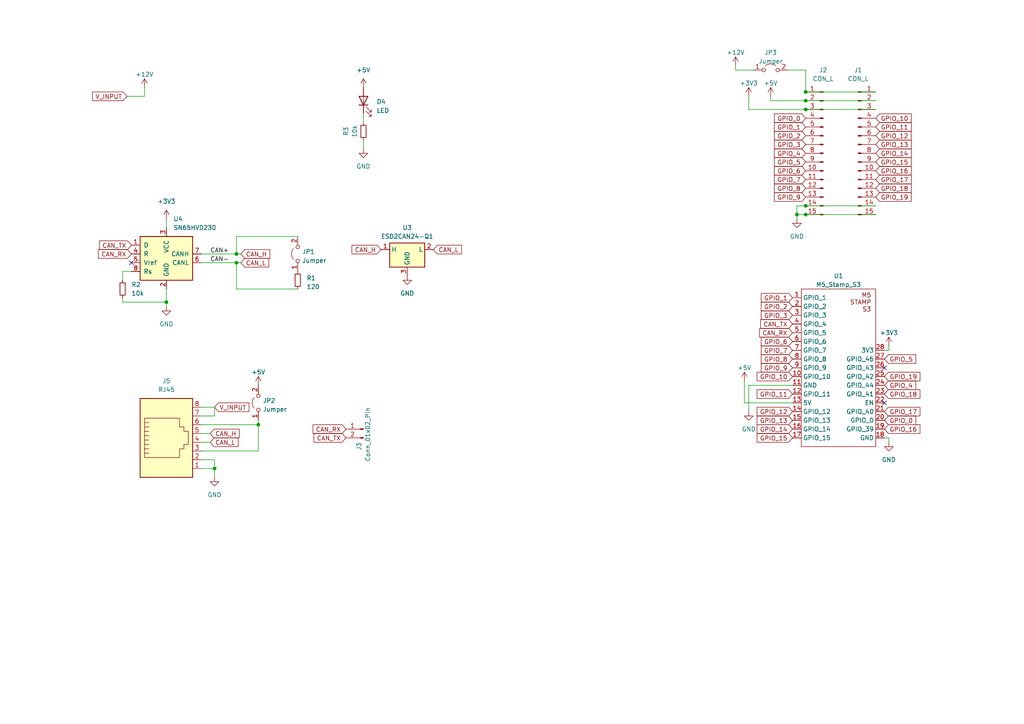
<source format=kicad_sch>
(kicad_sch (version 20230121) (generator eeschema)
  (paper "A4")
  (lib_symbols
    (symbol "+5V_1" (power) (pin_names (offset 0))
      (property "Value" "+5V_1" (at 0 3.556 0))
      (symbol "+5V_1_0_1"
        (polyline (pts (xy -0.762 1.27) (xy 0 2.54)))
        (polyline (pts (xy 0 0) (xy 0 2.54)))
        (polyline (pts (xy 0 2.54) (xy 0.762 1.27)))
      )
      (symbol "+5V_1_1_1"
        (pin power_in line (at 0 0 90) (length 0) hide (name "+5V") (number "1"))
      )
    )
    (symbol "+5V_2" (power) (pin_names (offset 0))
      (property "Value" "+5V_2" (at 0 3.556 0))
      (symbol "+5V_2_0_1"
        (polyline (pts (xy -0.762 1.27) (xy 0 2.54)))
        (polyline (pts (xy 0 0) (xy 0 2.54)))
        (polyline (pts (xy 0 2.54) (xy 0.762 1.27)))
      )
      (symbol "+5V_2_1_1"
        (pin power_in line (at 0 0 90) (length 0) hide (name "+5V") (number "1"))
      )
    )
    (symbol "Connector:Conn_01x02_Pin" (pin_names (offset 1.016) hide)
      (property "Reference" "J" (at 0 2.54 0))
      (property "Value" "Conn_01x02_Pin" (at 0 -5.08 0))
      (symbol "Conn_01x02_Pin_1_1"
        (polyline (pts (xy 1.27 -2.54) (xy 0.8636 -2.54)) (stroke (width 0.1524)))
        (polyline (pts (xy 1.27 0) (xy 0.8636 0)) (stroke (width 0.1524)))
        (rectangle (start 0.8636 -2.413) (end 0 -2.667) (stroke (width 0.1524)) (fill (type outline)))
        (rectangle (start 0.8636 0.127) (end 0 -0.127) (stroke (width 0.1524)) (fill (type outline)))
        (pin passive line (at 5.08 0 180) (length 3.81) (name "Pin_1") (number "1"))
        (pin passive line (at 5.08 -2.54 180) (length 3.81) (name "Pin_2") (number "2"))
      )
    )
    (symbol "Connector:Conn_01x15_Pin" (pin_names (offset 1.016) hide)
      (property "Reference" "J" (at 0 20.32 0))
      (property "Value" "Conn_01x15_Pin" (at 0 -20.32 0))
      (symbol "Conn_01x15_Pin_1_1"
        (polyline (pts (xy 1.27 -17.78) (xy 0.8636 -17.78)) (stroke (width 0.1524)))
        (polyline (pts (xy 1.27 -15.24) (xy 0.8636 -15.24)) (stroke (width 0.1524)))
        (polyline (pts (xy 1.27 -12.7) (xy 0.8636 -12.7)) (stroke (width 0.1524)))
        (polyline (pts (xy 1.27 -10.16) (xy 0.8636 -10.16)) (stroke (width 0.1524)))
        (polyline (pts (xy 1.27 -7.62) (xy 0.8636 -7.62)) (stroke (width 0.1524)))
        (polyline (pts (xy 1.27 -5.08) (xy 0.8636 -5.08)) (stroke (width 0.1524)))
        (polyline (pts (xy 1.27 -2.54) (xy 0.8636 -2.54)) (stroke (width 0.1524)))
        (polyline (pts (xy 1.27 0) (xy 0.8636 0)) (stroke (width 0.1524)))
        (polyline (pts (xy 1.27 2.54) (xy 0.8636 2.54)) (stroke (width 0.1524)))
        (polyline (pts (xy 1.27 5.08) (xy 0.8636 5.08)) (stroke (width 0.1524)))
        (polyline (pts (xy 1.27 7.62) (xy 0.8636 7.62)) (stroke (width 0.1524)))
        (polyline (pts (xy 1.27 10.16) (xy 0.8636 10.16)) (stroke (width 0.1524)))
        (polyline (pts (xy 1.27 12.7) (xy 0.8636 12.7)) (stroke (width 0.1524)))
        (polyline (pts (xy 1.27 15.24) (xy 0.8636 15.24)) (stroke (width 0.1524)))
        (polyline (pts (xy 1.27 17.78) (xy 0.8636 17.78)) (stroke (width 0.1524)))
        (rectangle (start 0.8636 -17.653) (end 0 -17.907) (stroke (width 0.1524)) (fill (type outline)))
        (rectangle (start 0.8636 -15.113) (end 0 -15.367) (stroke (width 0.1524)) (fill (type outline)))
        (rectangle (start 0.8636 -12.573) (end 0 -12.827) (stroke (width 0.1524)) (fill (type outline)))
        (rectangle (start 0.8636 -10.033) (end 0 -10.287) (stroke (width 0.1524)) (fill (type outline)))
        (rectangle (start 0.8636 -7.493) (end 0 -7.747) (stroke (width 0.1524)) (fill (type outline)))
        (rectangle (start 0.8636 -4.953) (end 0 -5.207) (stroke (width 0.1524)) (fill (type outline)))
        (rectangle (start 0.8636 -2.413) (end 0 -2.667) (stroke (width 0.1524)) (fill (type outline)))
        (rectangle (start 0.8636 0.127) (end 0 -0.127) (stroke (width 0.1524)) (fill (type outline)))
        (rectangle (start 0.8636 2.667) (end 0 2.413) (stroke (width 0.1524)) (fill (type outline)))
        (rectangle (start 0.8636 5.207) (end 0 4.953) (stroke (width 0.1524)) (fill (type outline)))
        (rectangle (start 0.8636 7.747) (end 0 7.493) (stroke (width 0.1524)) (fill (type outline)))
        (rectangle (start 0.8636 10.287) (end 0 10.033) (stroke (width 0.1524)) (fill (type outline)))
        (rectangle (start 0.8636 12.827) (end 0 12.573) (stroke (width 0.1524)) (fill (type outline)))
        (rectangle (start 0.8636 15.367) (end 0 15.113) (stroke (width 0.1524)) (fill (type outline)))
        (rectangle (start 0.8636 17.907) (end 0 17.653) (stroke (width 0.1524)) (fill (type outline)))
        (pin passive line (at 5.08 17.78 180) (length 3.81) (name "Pin_1") (number "1"))
        (pin passive line (at 5.08 -5.08 180) (length 3.81) (name "Pin_10") (number "10"))
        (pin passive line (at 5.08 -7.62 180) (length 3.81) (name "Pin_11") (number "11"))
        (pin passive line (at 5.08 -10.16 180) (length 3.81) (name "Pin_12") (number "12"))
        (pin passive line (at 5.08 -12.7 180) (length 3.81) (name "Pin_13") (number "13"))
        (pin passive line (at 5.08 -15.24 180) (length 3.81) (name "Pin_14") (number "14"))
        (pin passive line (at 5.08 -17.78 180) (length 3.81) (name "Pin_15") (number "15"))
        (pin passive line (at 5.08 15.24 180) (length 3.81) (name "Pin_2") (number "2"))
        (pin passive line (at 5.08 12.7 180) (length 3.81) (name "Pin_3") (number "3"))
        (pin passive line (at 5.08 10.16 180) (length 3.81) (name "Pin_4") (number "4"))
        (pin passive line (at 5.08 7.62 180) (length 3.81) (name "Pin_5") (number "5"))
        (pin passive line (at 5.08 5.08 180) (length 3.81) (name "Pin_6") (number "6"))
        (pin passive line (at 5.08 2.54 180) (length 3.81) (name "Pin_7") (number "7"))
        (pin passive line (at 5.08 0 180) (length 3.81) (name "Pin_8") (number "8"))
        (pin passive line (at 5.08 -2.54 180) (length 3.81) (name "Pin_9") (number "9"))
      )
    )
    (symbol "Connector:RJ45" (pin_names (offset 1.016))
      (property "Reference" "J" (at -5.08 13.97 0))
      (property "Value" "RJ45" (at 2.54 13.97 0))
      (symbol "RJ45_0_1"
        (polyline (pts (xy -5.08 4.445) (xy -6.35 4.445)))
        (polyline (pts (xy -5.08 5.715) (xy -6.35 5.715)))
        (polyline (pts (xy -6.35 -3.175) (xy -5.08 -3.175) (xy -5.08 -3.175)))
        (polyline (pts (xy -6.35 -1.905) (xy -5.08 -1.905) (xy -5.08 -1.905)))
        (polyline (pts (xy -6.35 -0.635) (xy -5.08 -0.635) (xy -5.08 -0.635)))
        (polyline (pts (xy -6.35 0.635) (xy -5.08 0.635) (xy -5.08 0.635)))
        (polyline (pts (xy -6.35 1.905) (xy -5.08 1.905) (xy -5.08 1.905)))
        (polyline (pts (xy -5.08 3.175) (xy -6.35 3.175) (xy -6.35 3.175)))
        (polyline (pts (xy -6.35 -4.445) (xy -6.35 6.985) (xy 3.81 6.985) (xy 3.81 4.445) (xy 5.08 4.445) (xy 5.08 3.175) (xy 6.35 3.175) (xy 6.35 -0.635) (xy 5.08 -0.635) (xy 5.08 -1.905) (xy 3.81 -1.905) (xy 3.81 -4.445) (xy -6.35 -4.445) (xy -6.35 -4.445)))
        (rectangle (start 7.62 12.7) (end -7.62 -10.16) (stroke (width 0.254)) (fill (type background)))
      )
      (symbol "RJ45_1_1"
        (pin passive line (at 10.16 -7.62 180) (length 2.54) (name "~") (number "1"))
        (pin passive line (at 10.16 -5.08 180) (length 2.54) (name "~") (number "2"))
        (pin passive line (at 10.16 -2.54 180) (length 2.54) (name "~") (number "3"))
        (pin passive line (at 10.16 0 180) (length 2.54) (name "~") (number "4"))
        (pin passive line (at 10.16 2.54 180) (length 2.54) (name "~") (number "5"))
        (pin passive line (at 10.16 5.08 180) (length 2.54) (name "~") (number "6"))
        (pin passive line (at 10.16 7.62 180) (length 2.54) (name "~") (number "7"))
        (pin passive line (at 10.16 10.16 180) (length 2.54) (name "~") (number "8"))
      )
    )
    (symbol "Device:LED" (pin_numbers hide) (pin_names (offset 1.016) hide)
      (property "Reference" "D" (at 0 2.54 0))
      (property "Value" "LED" (at 0 -2.54 0))
      (symbol "LED_0_1"
        (polyline (pts (xy -1.27 -1.27) (xy -1.27 1.27)) (stroke (width 0.254)))
        (polyline (pts (xy -1.27 0) (xy 1.27 0)))
        (polyline (pts (xy 1.27 -1.27) (xy 1.27 1.27) (xy -1.27 0) (xy 1.27 -1.27)) (stroke (width 0.254)))
        (polyline (pts (xy -3.048 -0.762) (xy -4.572 -2.286) (xy -3.81 -2.286) (xy -4.572 -2.286) (xy -4.572 -1.524)))
        (polyline (pts (xy -1.778 -0.762) (xy -3.302 -2.286) (xy -2.54 -2.286) (xy -3.302 -2.286) (xy -3.302 -1.524)))
      )
      (symbol "LED_1_1"
        (pin passive line (at -3.81 0 0) (length 2.54) (name "K") (number "1"))
        (pin passive line (at 3.81 0 180) (length 2.54) (name "A") (number "2"))
      )
    )
    (symbol "Device:R_Small" (pin_numbers hide) (pin_names (offset 0.254) hide)
      (property "Reference" "R" (at 0.762 0.508 0))
      (property "Value" "R_Small" (at 0.762 -1.016 0))
      (symbol "R_Small_0_1"
        (rectangle (start -0.762 1.778) (end 0.762 -1.778) (stroke (width 0.2032)))
      )
      (symbol "R_Small_1_1"
        (pin passive line (at 0 2.54 270) (length 0.762) (name "~") (number "1"))
        (pin passive line (at 0 -2.54 90) (length 0.762) (name "~") (number "2"))
      )
    )
    (symbol "GND_1" (power) (pin_names (offset 0))
      (property "Value" "GND_1" (at 0 -3.81 0))
      (symbol "GND_1_0_1"
        (polyline (pts (xy 0 0) (xy 0 -1.27) (xy 1.27 -1.27) (xy 0 -2.54) (xy -1.27 -1.27) (xy 0 -1.27)))
      )
      (symbol "GND_1_1_1"
        (pin power_in line (at 0 0 270) (length 0) hide (name "GND") (number "1"))
      )
    )
    (symbol "Interface_CAN_LIN:SN65HVD230" (pin_names (offset 1.016))
      (property "Reference" "U" (at -2.54 10.16 0))
      (property "Value" "SN65HVD230" (at -2.54 7.62 0))
      (symbol "SN65HVD230_0_1"
        (rectangle (start -7.62 5.08) (end 7.62 -7.62) (stroke (width 0.254)) (fill (type background)))
      )
      (symbol "SN65HVD230_1_1"
        (pin input line (at -10.16 2.54 0) (length 2.54) (name "D") (number "1"))
        (pin power_in line (at 0 -10.16 90) (length 2.54) (name "GND") (number "2"))
        (pin power_in line (at 0 7.62 270) (length 2.54) (name "VCC") (number "3"))
        (pin output line (at -10.16 0 0) (length 2.54) (name "R") (number "4"))
        (pin output line (at -10.16 -2.54 0) (length 2.54) (name "Vref") (number "5"))
        (pin bidirectional line (at 10.16 -2.54 180) (length 2.54) (name "CANL") (number "6"))
        (pin bidirectional line (at 10.16 0 180) (length 2.54) (name "CANH") (number "7"))
        (pin input line (at -10.16 -5.08 0) (length 2.54) (name "Rs") (number "8"))
      )
    )
    (symbol "Jumper:Jumper_2_Open" (pin_names (offset 0) hide)
      (property "Reference" "JP" (at 0 2.794 0))
      (property "Value" "Jumper_2_Open" (at 0 -2.286 0))
      (symbol "Jumper_2_Open_0_0"
        (circle (center -2.032 0) (radius 0.508))
        (circle (center 2.032 0) (radius 0.508))
      )
      (symbol "Jumper_2_Open_0_1"
        (arc (start 1.524 1.27) (mid 0 1.778) (end -1.524 1.27))
      )
      (symbol "Jumper_2_Open_1_1"
        (pin passive line (at -5.08 0 0) (length 2.54) (name "A") (number "1"))
        (pin passive line (at 5.08 0 180) (length 2.54) (name "B") (number "2"))
      )
    )
    (symbol "RaceTrackr:M5_Stamp_S3"
      (property "Reference" "U" (at 0 -1.27 0))
      (property "Value" "M5_Stamp_S3" (at 0 0 0))
      (symbol "M5_Stamp_S3_0_1"
        (rectangle (start -11.43 46.99) (end 10.16 1.27))
      )
      (symbol "M5_Stamp_S3_1_1"
        (text "M5\nSTAMP\nS3" (at 8.89 43.18 0) (effects (font (size 1.27 1.27)) (justify right)))
        (pin input line (at -13.97 44.45 0) (length 2.54) (name "GPIO_1") (number "1"))
        (pin input line (at -13.97 21.59 0) (length 2.54) (name "GPIO_10") (number "10"))
        (pin input line (at -13.97 19.05 0) (length 2.54) (name "GND") (number "11"))
        (pin input line (at -13.97 16.51 0) (length 2.54) (name "GPIO_11") (number "12"))
        (pin input line (at -13.97 13.97 0) (length 2.54) (name "5V") (number "13"))
        (pin input line (at -13.97 11.43 0) (length 2.54) (name "GPIO_12") (number "14"))
        (pin input line (at -13.97 8.89 0) (length 2.54) (name "GPIO_13") (number "15"))
        (pin input line (at -13.97 6.35 0) (length 2.54) (name "GPIO_14") (number "16"))
        (pin input line (at -13.97 3.81 0) (length 2.54) (name "GPIO_15") (number "17"))
        (pin input line (at 12.7 3.81 180) (length 2.54) (name "GND") (number "18"))
        (pin input line (at 12.7 6.35 180) (length 2.54) (name "GPIO_39") (number "19"))
        (pin input line (at -13.97 41.91 0) (length 2.54) (name "GPIO_2") (number "2"))
        (pin input line (at 12.7 8.89 180) (length 2.54) (name "GPIO_0") (number "20"))
        (pin input line (at 12.7 11.43 180) (length 2.54) (name "GPIO_40") (number "21"))
        (pin input line (at 12.7 13.97 180) (length 2.54) (name "EN") (number "22"))
        (pin input line (at 12.7 16.51 180) (length 2.54) (name "GPIO_41") (number "23"))
        (pin input line (at 12.7 19.05 180) (length 2.54) (name "GPIO_44") (number "24"))
        (pin input line (at 12.7 21.59 180) (length 2.54) (name "GPIO_42") (number "25"))
        (pin input line (at 12.7 24.13 180) (length 2.54) (name "GPIO_43") (number "26"))
        (pin input line (at 12.7 26.67 180) (length 2.54) (name "GPIO_46") (number "27"))
        (pin input line (at 12.7 29.21 180) (length 2.54) (name "3V3") (number "28"))
        (pin input line (at -13.97 39.37 0) (length 2.54) (name "GPIO_3") (number "3"))
        (pin input line (at -13.97 36.83 0) (length 2.54) (name "GPIO_4") (number "4"))
        (pin input line (at -13.97 34.29 0) (length 2.54) (name "GPIO_5") (number "5"))
        (pin input line (at -13.97 31.75 0) (length 2.54) (name "GPIO_6") (number "6"))
        (pin input line (at -13.97 29.21 0) (length 2.54) (name "GPIO_7") (number "7"))
        (pin input line (at -13.97 26.67 0) (length 2.54) (name "GPIO_8") (number "8"))
        (pin input line (at -13.97 24.13 0) (length 2.54) (name "GPIO_9") (number "9"))
      )
    )
    (symbol "RaceTrackr_Symbols:ESD2CAN24-Q1"
      (property "Reference" "U" (at -3.81 3.175 0))
      (property "Value" "ESD2CAN24-Q1" (at 0 3.175 0))
      (symbol "ESD2CAN24-Q1_0_1"
        (rectangle (start -5.08 1.905) (end 5.08 -5.08) (stroke (width 0.254)) (fill (type background)))
      )
      (symbol "ESD2CAN24-Q1_1_1"
        (pin input line (at -7.62 0 0) (length 2.54) (name "H") (number "1"))
        (pin input line (at 7.62 0 180) (length 2.54) (name "L") (number "2"))
        (pin output line (at 0 -7.62 90) (length 2.54) (name "GND") (number "3"))
      )
    )
    (symbol "power:+12V" (power) (pin_names (offset 0))
      (property "Value" "+12V" (at 0 3.556 0))
      (symbol "+12V_0_1"
        (polyline (pts (xy -0.762 1.27) (xy 0 2.54)))
        (polyline (pts (xy 0 0) (xy 0 2.54)))
        (polyline (pts (xy 0 2.54) (xy 0.762 1.27)))
      )
      (symbol "+12V_1_1"
        (pin power_in line (at 0 0 90) (length 0) hide (name "+12V") (number "1"))
      )
    )
    (symbol "power:+3V3" (power) (pin_names (offset 0))
      (property "Value" "+3V3" (at 0 3.556 0))
      (symbol "+3V3_0_1"
        (polyline (pts (xy -0.762 1.27) (xy 0 2.54)))
        (polyline (pts (xy 0 0) (xy 0 2.54)))
        (polyline (pts (xy 0 2.54) (xy 0.762 1.27)))
      )
      (symbol "+3V3_1_1"
        (pin power_in line (at 0 0 90) (length 0) hide (name "+3V3") (number "1"))
      )
    )
    (symbol "power:+5V" (power) (pin_names (offset 0))
      (property "Value" "+5V" (at 0 3.556 0))
      (symbol "+5V_0_1"
        (polyline (pts (xy -0.762 1.27) (xy 0 2.54)))
        (polyline (pts (xy 0 0) (xy 0 2.54)))
        (polyline (pts (xy 0 2.54) (xy 0.762 1.27)))
      )
      (symbol "+5V_1_1"
        (pin power_in line (at 0 0 90) (length 0) hide (name "+5V") (number "1"))
      )
    )
    (symbol "power:GND" (power) (pin_names (offset 0))
      (property "Value" "GND" (at 0 -3.81 0))
      (symbol "GND_0_1"
        (polyline (pts (xy 0 0) (xy 0 -1.27) (xy 1.27 -1.27) (xy 0 -2.54) (xy -1.27 -1.27) (xy 0 -1.27)))
      )
      (symbol "GND_1_1"
        (pin power_in line (at 0 0 270) (length 0) hide (name "GND") (number "1"))
      )
    )
  )
  (junction (at 74.93 123.19))
  (junction (at 233.68 62.23))
  (junction (at 62.23 135.89))
  (junction (at 233.68 29.21))
  (junction (at 68.58 73.66))
  (junction (at 233.68 31.75))
  (junction (at 233.68 59.69))
  (junction (at 233.68 26.67))
  (junction (at 68.58 76.2))
  (junction (at 48.26 87.63))
  (junction (at 231.14 62.23))
  (no_connect (at 256.54 106.68))
  (no_connect (at 256.54 116.84))
  (no_connect (at 38.1 76.2))
  (wire (pts (xy 35.56 78.74) (xy 35.56 81.28)))
  (wire (pts (xy 256.54 101.6) (xy 257.81 101.6)))
  (wire (pts (xy 74.93 130.81) (xy 74.93 123.19)))
  (wire (pts (xy 217.17 111.76) (xy 217.17 119.38)))
  (wire (pts (xy 35.56 86.36) (xy 35.56 87.63)))
  (wire (pts (xy 233.68 29.21) (xy 254 29.21)))
  (wire (pts (xy 86.36 83.82) (xy 68.58 83.82)))
  (wire (pts (xy 68.58 68.58) (xy 68.58 73.66)))
  (wire (pts (xy 48.26 83.82) (xy 48.26 87.63)))
  (wire (pts (xy 36.83 27.94) (xy 41.91 27.94)))
  (wire (pts (xy 58.42 120.65) (xy 62.23 120.65)))
  (wire (pts (xy 58.42 133.35) (xy 62.23 133.35)))
  (wire (pts (xy 58.42 135.89) (xy 62.23 135.89)))
  (wire (pts (xy 69.85 76.2) (xy 68.58 76.2)))
  (wire (pts (xy 74.93 121.92) (xy 74.93 123.19)))
  (wire (pts (xy 231.14 59.69) (xy 231.14 62.23)))
  (wire (pts (xy 233.68 20.32) (xy 233.68 26.67)))
  (wire (pts (xy 233.68 59.69) (xy 254 59.69)))
  (wire (pts (xy 257.81 101.6) (xy 257.81 100.33)))
  (wire (pts (xy 68.58 73.66) (xy 58.42 73.66)))
  (wire (pts (xy 229.87 116.84) (xy 215.9 116.84)))
  (wire (pts (xy 223.52 29.21) (xy 223.52 27.94)))
  (wire (pts (xy 231.14 62.23) (xy 231.14 63.5)))
  (wire (pts (xy 62.23 118.11) (xy 62.23 120.65)))
  (wire (pts (xy 257.81 127) (xy 257.81 128.27)))
  (wire (pts (xy 213.36 20.32) (xy 213.36 19.05)))
  (wire (pts (xy 58.42 118.11) (xy 62.23 118.11)))
  (wire (pts (xy 69.85 73.66) (xy 68.58 73.66)))
  (wire (pts (xy 62.23 133.35) (xy 62.23 135.89)))
  (wire (pts (xy 215.9 116.84) (xy 215.9 110.49)))
  (wire (pts (xy 86.36 68.58) (xy 68.58 68.58)))
  (wire (pts (xy 38.1 78.74) (xy 35.56 78.74)))
  (wire (pts (xy 41.91 25.4) (xy 41.91 27.94)))
  (wire (pts (xy 233.68 59.69) (xy 231.14 59.69)))
  (wire (pts (xy 233.68 31.75) (xy 217.17 31.75)))
  (wire (pts (xy 48.26 88.9) (xy 48.26 87.63)))
  (wire (pts (xy 233.68 20.32) (xy 228.6 20.32)))
  (wire (pts (xy 35.56 87.63) (xy 48.26 87.63)))
  (wire (pts (xy 233.68 31.75) (xy 254 31.75)))
  (wire (pts (xy 233.68 26.67) (xy 254 26.67)))
  (wire (pts (xy 58.42 125.73) (xy 60.96 125.73)))
  (wire (pts (xy 229.87 111.76) (xy 217.17 111.76)))
  (wire (pts (xy 233.68 29.21) (xy 223.52 29.21)))
  (wire (pts (xy 68.58 76.2) (xy 58.42 76.2)))
  (wire (pts (xy 48.26 63.5) (xy 48.26 66.04)))
  (wire (pts (xy 231.14 62.23) (xy 233.68 62.23)))
  (wire (pts (xy 58.42 130.81) (xy 74.93 130.81)))
  (wire (pts (xy 105.41 43.18) (xy 105.41 40.64)))
  (wire (pts (xy 233.68 62.23) (xy 254 62.23)))
  (wire (pts (xy 218.44 20.32) (xy 213.36 20.32)))
  (wire (pts (xy 217.17 31.75) (xy 217.17 27.94)))
  (wire (pts (xy 256.54 127) (xy 257.81 127)))
  (wire (pts (xy 105.41 33.02) (xy 105.41 35.56)))
  (wire (pts (xy 58.42 123.19) (xy 74.93 123.19)))
  (wire (pts (xy 62.23 135.89) (xy 62.23 138.43)))
  (wire (pts (xy 58.42 128.27) (xy 60.96 128.27)))
  (wire (pts (xy 68.58 76.2) (xy 68.58 83.82)))
  (label "CAN+" (at 60.96 73.66 0))
  (label "CAN-" (at 60.96 76.2 0))
  (global_label "GPIO_4" (shape input) (at 256.54 111.76 0) (property "Intersheetrefs" "${INTERSHEET_REFS}" (effects hide)))
  (global_label "GPIO_14" (shape input) (at 229.87 124.46 180) (property "Intersheetrefs" "${INTERSHEET_REFS}" (effects hide)))
  (global_label "GPIO_6" (shape input) (at 233.68 49.53 180) (property "Intersheetrefs" "${INTERSHEET_REFS}" (effects hide)))
  (global_label "GPIO_10" (shape input) (at 229.87 109.22 180) (property "Intersheetrefs" "${INTERSHEET_REFS}" (effects hide)))
  (global_label "GPIO_2" (shape input) (at 233.68 39.37 180) (property "Intersheetrefs" "${INTERSHEET_REFS}" (effects hide)))
  (global_label "GPIO_3" (shape input) (at 229.87 91.44 180) (property "Intersheetrefs" "${INTERSHEET_REFS}" (effects hide)))
  (global_label "GPIO_0" (shape input) (at 256.54 121.92 0) (property "Intersheetrefs" "${INTERSHEET_REFS}" (effects hide)))
  (global_label "CAN_TX" (shape input) (at 100.33 127 180) (property "Intersheetrefs" "${INTERSHEET_REFS}" (effects hide)))
  (global_label "GPIO_10" (shape input) (at 254 34.29 0) (property "Intersheetrefs" "${INTERSHEET_REFS}" (effects hide)))
  (global_label "CAN_RX" (shape input) (at 229.87 96.52 180) (property "Intersheetrefs" "${INTERSHEET_REFS}" (effects hide)))
  (global_label "GPIO_18" (shape input) (at 254 54.61 0) (property "Intersheetrefs" "${INTERSHEET_REFS}" (effects hide)))
  (global_label "GPIO_5" (shape input) (at 233.68 46.99 180) (property "Intersheetrefs" "${INTERSHEET_REFS}" (effects hide)))
  (global_label "GPIO_14" (shape input) (at 254 44.45 0) (property "Intersheetrefs" "${INTERSHEET_REFS}" (effects hide)))
  (global_label "GPIO_11" (shape input) (at 229.87 114.3 180) (property "Intersheetrefs" "${INTERSHEET_REFS}" (effects hide)))
  (global_label "GPIO_3" (shape input) (at 233.68 41.91 180) (property "Intersheetrefs" "${INTERSHEET_REFS}" (effects hide)))
  (global_label "GPIO_17" (shape input) (at 254 52.07 0) (property "Intersheetrefs" "${INTERSHEET_REFS}" (effects hide)))
  (global_label "CAN_TX" (shape input) (at 38.1 71.12 180) (property "Intersheetrefs" "${INTERSHEET_REFS}" (effects hide)))
  (global_label "GPIO_7" (shape input) (at 233.68 52.07 180) (property "Intersheetrefs" "${INTERSHEET_REFS}" (effects hide)))
  (global_label "CAN_L" (shape input) (at 69.85 76.2 0) (property "Intersheetrefs" "${INTERSHEET_REFS}" (effects hide)))
  (global_label "V_INPUT" (shape input) (at 36.83 27.94 180) (property "Intersheetrefs" "${INTERSHEET_REFS}" (effects hide)))
  (global_label "GPIO_13" (shape input) (at 229.87 121.92 180) (property "Intersheetrefs" "${INTERSHEET_REFS}" (effects hide)))
  (global_label "GPIO_12" (shape input) (at 229.87 119.38 180) (property "Intersheetrefs" "${INTERSHEET_REFS}" (effects hide)))
  (global_label "GPIO_15" (shape input) (at 254 46.99 0) (property "Intersheetrefs" "${INTERSHEET_REFS}" (effects hide)))
  (global_label "GPIO_16" (shape input) (at 256.54 124.46 0) (property "Intersheetrefs" "${INTERSHEET_REFS}" (effects hide)))
  (global_label "GPIO_8" (shape input) (at 233.68 54.61 180) (property "Intersheetrefs" "${INTERSHEET_REFS}" (effects hide)))
  (global_label "CAN_RX" (shape input) (at 100.33 124.46 180) (property "Intersheetrefs" "${INTERSHEET_REFS}" (effects hide)))
  (global_label "GPIO_1" (shape input) (at 229.87 86.36 180) (property "Intersheetrefs" "${INTERSHEET_REFS}" (effects hide)))
  (global_label "CAN_H" (shape input) (at 60.96 125.73 0) (property "Intersheetrefs" "${INTERSHEET_REFS}" (effects hide)))
  (global_label "GPIO_4" (shape input) (at 233.68 44.45 180) (property "Intersheetrefs" "${INTERSHEET_REFS}" (effects hide)))
  (global_label "CAN_H" (shape input) (at 69.85 73.66 0) (property "Intersheetrefs" "${INTERSHEET_REFS}" (effects hide)))
  (global_label "GPIO_1" (shape input) (at 233.68 36.83 180) (property "Intersheetrefs" "${INTERSHEET_REFS}" (effects hide)))
  (global_label "GPIO_5" (shape input) (at 256.54 104.14 0) (property "Intersheetrefs" "${INTERSHEET_REFS}" (effects hide)))
  (global_label "GPIO_16" (shape input) (at 254 49.53 0) (property "Intersheetrefs" "${INTERSHEET_REFS}" (effects hide)))
  (global_label "GPIO_6" (shape input) (at 229.87 99.06 180) (property "Intersheetrefs" "${INTERSHEET_REFS}" (effects hide)))
  (global_label "GPIO_19" (shape input) (at 254 57.15 0) (property "Intersheetrefs" "${INTERSHEET_REFS}" (effects hide)))
  (global_label "GPIO_9" (shape input) (at 229.87 106.68 180) (property "Intersheetrefs" "${INTERSHEET_REFS}" (effects hide)))
  (global_label "GPIO_19" (shape input) (at 256.54 109.22 0) (property "Intersheetrefs" "${INTERSHEET_REFS}" (effects hide)))
  (global_label "GPIO_2" (shape input) (at 229.87 88.9 180) (property "Intersheetrefs" "${INTERSHEET_REFS}" (effects hide)))
  (global_label "GPIO_11" (shape input) (at 254 36.83 0) (property "Intersheetrefs" "${INTERSHEET_REFS}" (effects hide)))
  (global_label "CAN_H" (shape input) (at 110.49 72.39 180) (property "Intersheetrefs" "${INTERSHEET_REFS}" (effects hide)))
  (global_label "GPIO_12" (shape input) (at 254 39.37 0) (property "Intersheetrefs" "${INTERSHEET_REFS}" (effects hide)))
  (global_label "CAN_L" (shape input) (at 60.96 128.27 0) (property "Intersheetrefs" "${INTERSHEET_REFS}" (effects hide)))
  (global_label "GPIO_7" (shape input) (at 229.87 101.6 180) (property "Intersheetrefs" "${INTERSHEET_REFS}" (effects hide)))
  (global_label "V_INPUT" (shape input) (at 62.23 118.11 0) (property "Intersheetrefs" "${INTERSHEET_REFS}" (effects hide)))
  (global_label "GPIO_0" (shape input) (at 233.68 34.29 180) (property "Intersheetrefs" "${INTERSHEET_REFS}" (effects hide)))
  (global_label "GPIO_17" (shape input) (at 256.54 119.38 0) (property "Intersheetrefs" "${INTERSHEET_REFS}" (effects hide)))
  (global_label "CAN_RX" (shape input) (at 38.1 73.66 180) (property "Intersheetrefs" "${INTERSHEET_REFS}" (effects hide)))
  (global_label "GPIO_13" (shape input) (at 254 41.91 0) (property "Intersheetrefs" "${INTERSHEET_REFS}" (effects hide)))
  (global_label "GPIO_8" (shape input) (at 229.87 104.14 180) (property "Intersheetrefs" "${INTERSHEET_REFS}" (effects hide)))
  (global_label "CAN_L" (shape input) (at 125.73 72.39 0) (property "Intersheetrefs" "${INTERSHEET_REFS}" (effects hide)))
  (global_label "GPIO_18" (shape input) (at 256.54 114.3 0) (property "Intersheetrefs" "${INTERSHEET_REFS}" (effects hide)))
  (global_label "GPIO_9" (shape input) (at 233.68 57.15 180) (property "Intersheetrefs" "${INTERSHEET_REFS}" (effects hide)))
  (global_label "GPIO_15" (shape input) (at 229.87 127 180) (property "Intersheetrefs" "${INTERSHEET_REFS}" (effects hide)))
  (global_label "CAN_TX" (shape input) (at 229.87 93.98 180) (property "Intersheetrefs" "${INTERSHEET_REFS}" (effects hide)))
  (symbol (lib_name "+5V_1") (lib_id "power:+5V") (at 74.93 111.76 0) (unit 1)
    (property "Reference" "#PWR019" (effects hide))
    (property "Value" "+5V" (at 74.93 107.95 0))
  )
  (symbol (lib_name "GND_1") (lib_id "power:GND") (at 257.81 128.27 0) (unit 1)
    (property "Reference" "#PWR03" (effects hide))
    (property "Value" "GND" (at 257.81 133.35 0))
  )
  (symbol (lib_id "power:+3V3") (at 257.81 100.33 0) (unit 1)
    (property "Reference" "#PWR010" (effects hide))
    (property "Value" "+3V3" (at 257.81 96.52 0))
  )
  (symbol (lib_id "power:+12V") (at 41.91 25.4 0) (unit 1)
    (property "Reference" "#PWR04" (effects hide))
    (property "Value" "+12V" (at 41.91 21.59 0))
  )
  (symbol (lib_id "power:+3V3") (at 217.17 27.94 0) (unit 1)
    (property "Reference" "#PWR014" (effects hide))
    (property "Value" "+3V3" (at 217.17 24.13 0))
  )
  (symbol (lib_id "RaceTrackr:M5_Stamp_S3") (at 243.84 130.81 0) (unit 1)
    (property "Reference" "U1" (at 243.205 80.01 0))
    (property "Value" "M5_Stamp_S3" (at 243.205 82.55 0))
    (property "Footprint" "RaceTrackr:M5StampS3" (effects hide))
  )
  (symbol (lib_id "Device:R_Small") (at 105.41 38.1 0) (unit 1) (in_bom no)
    (property "Reference" "R3" (at 100.33 38.1 90))
    (property "Value" "10k" (at 102.87 38.1 90))
    (property "Footprint" "Resistor_SMD:R_1206_3216Metric_Pad1.30x1.75mm_HandSolder" (effects hide))
    (property "LCSC" "C17902" (effects hide))
  )
  (symbol (lib_id "Connector:Conn_01x15_Pin") (at 248.92 44.45 0) (unit 1) (in_bom no)
    (property "Reference" "J1" (at 248.92 20.32 0))
    (property "Value" "CON_L" (at 248.92 22.86 0))
    (property "Footprint" "Connector_PinHeader_2.54mm:PinHeader_1x15_P2.54mm_Vertical" (effects hide))
  )
  (symbol (lib_id "RaceTrackr_Symbols:ESD2CAN24-Q1") (at 118.11 72.39 0) (unit 1)
    (property "Reference" "U3" (at 118.11 66.04 0))
    (property "Value" "ESD2CAN24-Q1" (at 118.11 68.58 0))
    (property "Footprint" "Package_TO_SOT_SMD:SOT-23" (effects hide))
    (property "Datasheet" "https://www.ti.com/lit/ds/symlink/esd2can24-q1.pdf?ts=1679401569068&ref_url=https%253A%252F%252Fwww.ti.com%252Fproduct%252FESD2CAN24-Q1" (effects hide))
    (property "LCSC" "C907830" (effects hide))
  )
  (symbol (lib_id "power:GND") (at 231.14 63.5 0) (unit 1)
    (property "Reference" "#PWR021" (effects hide))
    (property "Value" "GND" (at 231.14 68.58 0))
  )
  (symbol (lib_id "Jumper:Jumper_2_Open") (at 74.93 116.84 90) (unit 1) (in_bom no)
    (property "Reference" "JP2" (at 76.2 116.205 90) (effects (justify right)))
    (property "Value" "Jumper" (at 76.2 118.745 90) (effects (justify right)))
    (property "Footprint" "Jumper:SolderJumper-2_P1.3mm_Open_TrianglePad1.0x1.5mm" (effects hide))
  )
  (symbol (lib_id "Connector:Conn_01x02_Pin") (at 105.41 124.46 0) (mirror y) (unit 1)
    (property "Reference" "J3" (at 104.14 128.27 90) (effects (justify right)))
    (property "Value" "Conn_01x02_Pin" (at 106.68 118.11 90) (effects (justify right)))
    (property "Footprint" "Connector_PinHeader_2.54mm:PinHeader_1x02_P2.54mm_Vertical" (effects hide))
  )
  (symbol (lib_id "Jumper:Jumper_2_Open") (at 223.52 20.32 0) (unit 1) (in_bom no)
    (property "Reference" "JP3" (at 223.52 15.24 0))
    (property "Value" "Jumper" (at 223.52 17.78 0))
    (property "Footprint" "Jumper:SolderJumper-2_P1.3mm_Open_TrianglePad1.0x1.5mm" (effects hide))
  )
  (symbol (lib_id "Interface_CAN_LIN:SN65HVD230") (at 48.26 73.66 0) (unit 1)
    (property "Reference" "U4" (at 50.2794 63.5 0) (effects (justify left)))
    (property "Value" "SN65HVD230" (at 50.2794 66.04 0) (effects (justify left)))
    (property "Footprint" "Package_SO:SOIC-8_3.9x4.9mm_P1.27mm" (effects hide))
    (property "Datasheet" "http://www.ti.com/lit/ds/symlink/sn65hvd230.pdf" (effects hide))
    (property "LCSC" "C12084" (effects hide))
  )
  (symbol (lib_id "Device:LED") (at 105.41 29.21 90) (unit 1) (in_bom no)
    (property "Reference" "D4" (at 109.22 29.5274 90) (effects (justify right)))
    (property "Value" "LED" (at 109.22 32.0674 90) (effects (justify right)))
    (property "Footprint" "LED_SMD:LED_0805_2012Metric_Pad1.15x1.40mm_HandSolder" (effects hide))
    (property "LCSC" "C84256" (effects hide))
  )
  (symbol (lib_id "power:+12V") (at 213.36 19.05 0) (unit 1)
    (property "Reference" "#PWR013" (effects hide))
    (property "Value" "+12V" (at 213.36 15.24 0))
  )
  (symbol (lib_id "Connector:Conn_01x15_Pin") (at 238.76 44.45 0) (mirror y) (unit 1) (in_bom no)
    (property "Reference" "J2" (at 238.76 20.32 0))
    (property "Value" "CON_L" (at 238.76 22.86 0))
    (property "Footprint" "Connector_PinHeader_2.54mm:PinHeader_1x15_P2.54mm_Vertical" (effects hide))
  )
  (symbol (lib_id "power:+5V") (at 223.52 27.94 0) (mirror y) (unit 1)
    (property "Reference" "#PWR012" (effects hide))
    (property "Value" "+5V" (at 223.52 24.13 0))
  )
  (symbol (lib_id "power:GND") (at 105.41 43.18 0) (unit 1)
    (property "Reference" "#PWR05" (effects hide))
    (property "Value" "GND" (at 105.41 48.26 0))
  )
  (symbol (lib_id "power:+3V3") (at 48.26 63.5 0) (unit 1)
    (property "Reference" "#PWR07" (effects hide))
    (property "Value" "+3V3" (at 48.26 58.42 0))
  )
  (symbol (lib_id "Connector:RJ45") (at 48.26 128.27 0) (unit 1) (in_bom no)
    (property "Reference" "J5" (at 48.26 110.49 0))
    (property "Value" "RJ45" (at 48.26 113.03 0))
    (property "Footprint" "Connector_RJ:RJ45_Ninigi_GE" (effects hide))
  )
  (symbol (lib_name "+5V_2") (lib_id "power:+5V") (at 215.9 110.49 0) (unit 1)
    (property "Reference" "#PWR01" (effects hide))
    (property "Value" "+5V" (at 215.9 106.68 0))
  )
  (symbol (lib_id "Jumper:Jumper_2_Open") (at 86.36 73.66 90) (unit 1) (in_bom no)
    (property "Reference" "JP1" (at 87.63 73.025 90) (effects (justify right)))
    (property "Value" "Jumper" (at 87.63 75.565 90) (effects (justify right)))
    (property "Footprint" "Jumper:SolderJumper-2_P1.3mm_Open_TrianglePad1.0x1.5mm" (effects hide))
  )
  (symbol (lib_id "power:GND") (at 48.26 88.9 0) (unit 1)
    (property "Reference" "#PWR08" (effects hide))
    (property "Value" "GND" (at 48.26 93.98 0))
  )
  (symbol (lib_id "power:GND") (at 118.11 80.01 0) (unit 1)
    (property "Reference" "#PWR09" (effects hide))
    (property "Value" "GND" (at 118.11 85.09 0))
  )
  (symbol (lib_id "power:GND") (at 62.23 138.43 0) (unit 1)
    (property "Reference" "#PWR020" (effects hide))
    (property "Value" "GND" (at 62.23 143.51 0))
  )
  (symbol (lib_id "Device:R_Small") (at 35.56 83.82 0) (unit 1)
    (property "Reference" "R2" (at 38.1 82.5499 0) (effects (justify left)))
    (property "Value" "10k" (at 38.1 85.0899 0) (effects (justify left)))
    (property "Footprint" "Resistor_SMD:R_1206_3216Metric_Pad1.30x1.75mm_HandSolder" (effects hide))
    (property "LCSC" "C17902" (effects hide))
  )
  (symbol (lib_id "power:+5V") (at 105.41 25.4 0) (mirror y) (unit 1)
    (property "Reference" "#PWR06" (effects hide))
    (property "Value" "+5V" (at 105.41 20.32 0))
  )
  (symbol (lib_id "Device:R_Small") (at 86.36 81.28 0) (unit 1)
    (property "Reference" "R1" (at 88.9 80.645 0) (effects (justify left)))
    (property "Value" "120" (at 88.9 83.185 0) (effects (justify left)))
    (property "Footprint" "Resistor_SMD:R_1206_3216Metric_Pad1.30x1.75mm_HandSolder" (effects hide))
    (property "LCSC" "C17909" (effects hide))
  )
  (symbol (lib_name "GND_1") (lib_id "power:GND") (at 217.17 119.38 0) (unit 1)
    (property "Reference" "#PWR02" (effects hide))
    (property "Value" "GND" (at 217.17 124.46 0))
  )
)
</source>
